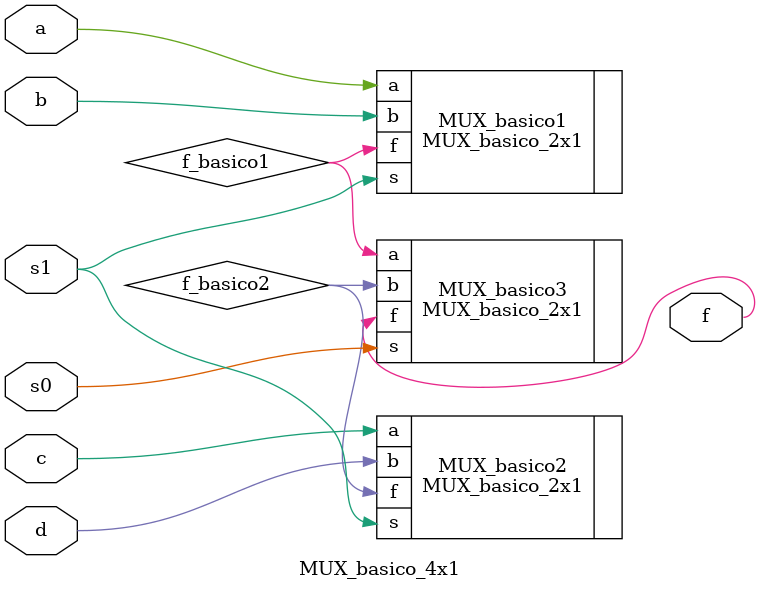
<source format=v>
module MUX_basico_4x1(a, b, c, d, s0, s1, f);
	input a, b, c, d, s0, s1;
	output f;
	wire f_basico1;
	wire f_basico2;
	
	MUX_basico_2x1 MUX_basico1(.a(a), .b(b), .s(s1), .f(f_basico1));
	MUX_basico_2x1 MUX_basico2(.a(c), .b(d), .s(s1), .f(f_basico2));
	MUX_basico_2x1 MUX_basico3(.a(f_basico1), .b(f_basico2), .s(s0), .f(f));
	
endmodule
</source>
